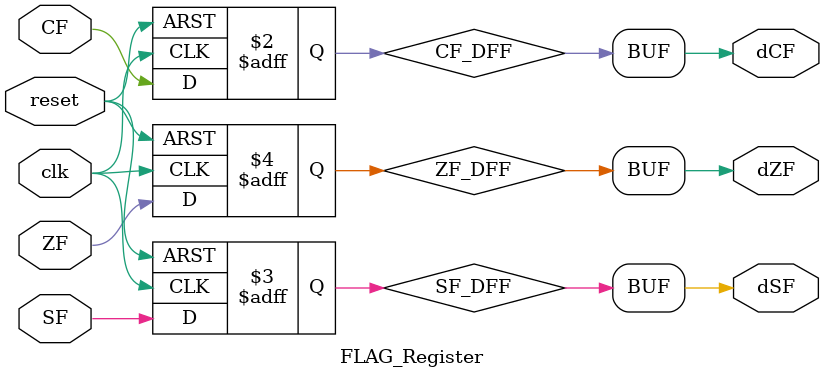
<source format=v>
module FLAG_Register
(
    input wire clk,
    input wire reset,
    input wire CF,
    input wire SF,
    input wire ZF,
    output wire dCF,
    output wire dSF,
    output wire dZF         
);

    reg CF_DFF, SF_DFF, ZF_DFF;
    
    always @(posedge clk or posedge reset) 
    begin
        if (reset)
        begin
            CF_DFF <= 1'b0;       
            SF_DFF <= 1'b0;       
            ZF_DFF <= 1'b0;       
        end
        else 
        begin
            CF_DFF <= CF;       
            SF_DFF <= SF;       
            ZF_DFF <= ZF;       
        end
    end

    assign dCF = CF_DFF;
    assign dSF = SF_DFF;
    assign dZF = ZF_DFF;

endmodule
</source>
